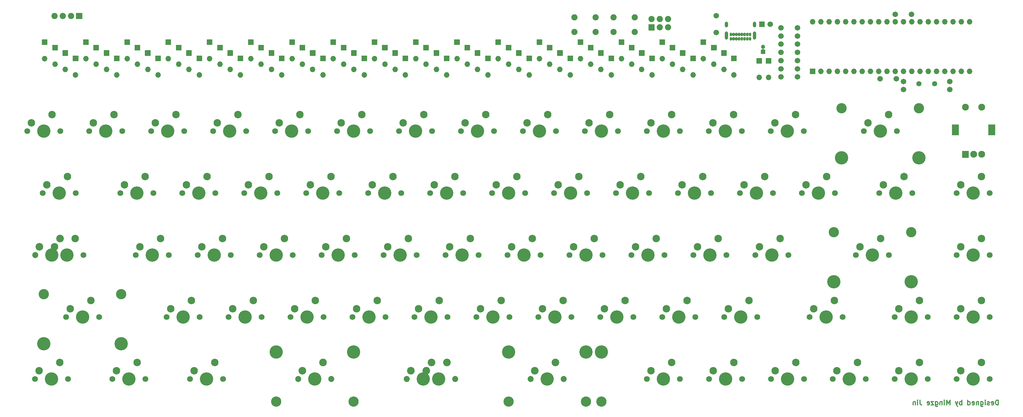
<source format=gbs>
G04 #@! TF.GenerationSoftware,KiCad,Pcbnew,(5.1.7)-1*
G04 #@! TF.CreationDate,2021-05-31T13:23:33-04:00*
G04 #@! TF.ProjectId,discipline-pcb,64697363-6970-46c6-996e-652d7063622e,rev?*
G04 #@! TF.SameCoordinates,Original*
G04 #@! TF.FileFunction,Soldermask,Bot*
G04 #@! TF.FilePolarity,Negative*
%FSLAX46Y46*%
G04 Gerber Fmt 4.6, Leading zero omitted, Abs format (unit mm)*
G04 Created by KiCad (PCBNEW (5.1.7)-1) date 2021-05-31 13:23:33*
%MOMM*%
%LPD*%
G01*
G04 APERTURE LIST*
%ADD10C,0.300000*%
%ADD11C,2.302000*%
%ADD12C,4.102000*%
%ADD13C,1.802000*%
%ADD14C,4.089800*%
%ADD15C,1.852000*%
%ADD16C,2.352000*%
%ADD17C,3.150000*%
%ADD18O,0.752000X1.102000*%
%ADD19O,1.002000X2.502000*%
%ADD20O,1.002000X1.802000*%
%ADD21C,1.902000*%
%ADD22C,2.102000*%
%ADD23C,1.702000*%
%ADD24C,1.302000*%
%ADD25O,1.702000X1.702000*%
%ADD26C,3.152000*%
%ADD27C,1.602000*%
%ADD28C,0.100000*%
G04 APERTURE END LIST*
D10*
X356787628Y-178967191D02*
X356787628Y-177467191D01*
X356430485Y-177467191D01*
X356216200Y-177538620D01*
X356073342Y-177681477D01*
X356001914Y-177824334D01*
X355930485Y-178110048D01*
X355930485Y-178324334D01*
X356001914Y-178610048D01*
X356073342Y-178752905D01*
X356216200Y-178895762D01*
X356430485Y-178967191D01*
X356787628Y-178967191D01*
X354716200Y-178895762D02*
X354859057Y-178967191D01*
X355144771Y-178967191D01*
X355287628Y-178895762D01*
X355359057Y-178752905D01*
X355359057Y-178181477D01*
X355287628Y-178038620D01*
X355144771Y-177967191D01*
X354859057Y-177967191D01*
X354716200Y-178038620D01*
X354644771Y-178181477D01*
X354644771Y-178324334D01*
X355359057Y-178467191D01*
X354073342Y-178895762D02*
X353930485Y-178967191D01*
X353644771Y-178967191D01*
X353501914Y-178895762D01*
X353430485Y-178752905D01*
X353430485Y-178681477D01*
X353501914Y-178538620D01*
X353644771Y-178467191D01*
X353859057Y-178467191D01*
X354001914Y-178395762D01*
X354073342Y-178252905D01*
X354073342Y-178181477D01*
X354001914Y-178038620D01*
X353859057Y-177967191D01*
X353644771Y-177967191D01*
X353501914Y-178038620D01*
X352787628Y-178967191D02*
X352787628Y-177967191D01*
X352787628Y-177467191D02*
X352859057Y-177538620D01*
X352787628Y-177610048D01*
X352716200Y-177538620D01*
X352787628Y-177467191D01*
X352787628Y-177610048D01*
X351430485Y-177967191D02*
X351430485Y-179181477D01*
X351501914Y-179324334D01*
X351573342Y-179395762D01*
X351716200Y-179467191D01*
X351930485Y-179467191D01*
X352073342Y-179395762D01*
X351430485Y-178895762D02*
X351573342Y-178967191D01*
X351859057Y-178967191D01*
X352001914Y-178895762D01*
X352073342Y-178824334D01*
X352144771Y-178681477D01*
X352144771Y-178252905D01*
X352073342Y-178110048D01*
X352001914Y-178038620D01*
X351859057Y-177967191D01*
X351573342Y-177967191D01*
X351430485Y-178038620D01*
X350716200Y-177967191D02*
X350716200Y-178967191D01*
X350716200Y-178110048D02*
X350644771Y-178038620D01*
X350501914Y-177967191D01*
X350287628Y-177967191D01*
X350144771Y-178038620D01*
X350073342Y-178181477D01*
X350073342Y-178967191D01*
X348787628Y-178895762D02*
X348930485Y-178967191D01*
X349216200Y-178967191D01*
X349359057Y-178895762D01*
X349430485Y-178752905D01*
X349430485Y-178181477D01*
X349359057Y-178038620D01*
X349216200Y-177967191D01*
X348930485Y-177967191D01*
X348787628Y-178038620D01*
X348716200Y-178181477D01*
X348716200Y-178324334D01*
X349430485Y-178467191D01*
X347430485Y-178967191D02*
X347430485Y-177467191D01*
X347430485Y-178895762D02*
X347573342Y-178967191D01*
X347859057Y-178967191D01*
X348001914Y-178895762D01*
X348073342Y-178824334D01*
X348144771Y-178681477D01*
X348144771Y-178252905D01*
X348073342Y-178110048D01*
X348001914Y-178038620D01*
X347859057Y-177967191D01*
X347573342Y-177967191D01*
X347430485Y-178038620D01*
X345573342Y-178967191D02*
X345573342Y-177467191D01*
X345573342Y-178038620D02*
X345430485Y-177967191D01*
X345144771Y-177967191D01*
X345001914Y-178038620D01*
X344930485Y-178110048D01*
X344859057Y-178252905D01*
X344859057Y-178681477D01*
X344930485Y-178824334D01*
X345001914Y-178895762D01*
X345144771Y-178967191D01*
X345430485Y-178967191D01*
X345573342Y-178895762D01*
X344359057Y-177967191D02*
X344001914Y-178967191D01*
X343644771Y-177967191D02*
X344001914Y-178967191D01*
X344144771Y-179324334D01*
X344216200Y-179395762D01*
X344359057Y-179467191D01*
X341930485Y-178967191D02*
X341930485Y-177467191D01*
X341430485Y-178538620D01*
X340930485Y-177467191D01*
X340930485Y-178967191D01*
X340216200Y-178967191D02*
X340216200Y-177967191D01*
X340216200Y-177467191D02*
X340287628Y-177538620D01*
X340216200Y-177610048D01*
X340144771Y-177538620D01*
X340216200Y-177467191D01*
X340216200Y-177610048D01*
X339501914Y-177967191D02*
X339501914Y-178967191D01*
X339501914Y-178110048D02*
X339430485Y-178038620D01*
X339287628Y-177967191D01*
X339073342Y-177967191D01*
X338930485Y-178038620D01*
X338859057Y-178181477D01*
X338859057Y-178967191D01*
X337501914Y-177967191D02*
X337501914Y-179181477D01*
X337573342Y-179324334D01*
X337644771Y-179395762D01*
X337787628Y-179467191D01*
X338001914Y-179467191D01*
X338144771Y-179395762D01*
X337501914Y-178895762D02*
X337644771Y-178967191D01*
X337930485Y-178967191D01*
X338073342Y-178895762D01*
X338144771Y-178824334D01*
X338216200Y-178681477D01*
X338216200Y-178252905D01*
X338144771Y-178110048D01*
X338073342Y-178038620D01*
X337930485Y-177967191D01*
X337644771Y-177967191D01*
X337501914Y-178038620D01*
X336930485Y-177967191D02*
X336144771Y-177967191D01*
X336930485Y-178967191D01*
X336144771Y-178967191D01*
X335001914Y-178895762D02*
X335144771Y-178967191D01*
X335430485Y-178967191D01*
X335573342Y-178895762D01*
X335644771Y-178752905D01*
X335644771Y-178181477D01*
X335573342Y-178038620D01*
X335430485Y-177967191D01*
X335144771Y-177967191D01*
X335001914Y-178038620D01*
X334930485Y-178181477D01*
X334930485Y-178324334D01*
X335644771Y-178467191D01*
X332716200Y-177467191D02*
X332716200Y-178538620D01*
X332787628Y-178752905D01*
X332930485Y-178895762D01*
X333144771Y-178967191D01*
X333287628Y-178967191D01*
X332001914Y-178967191D02*
X332001914Y-177967191D01*
X332001914Y-177467191D02*
X332073342Y-177538620D01*
X332001914Y-177610048D01*
X331930485Y-177538620D01*
X332001914Y-177467191D01*
X332001914Y-177610048D01*
X331287628Y-177967191D02*
X331287628Y-178967191D01*
X331287628Y-178110048D02*
X331216200Y-178038620D01*
X331073342Y-177967191D01*
X330859057Y-177967191D01*
X330716200Y-178038620D01*
X330644771Y-178181477D01*
X330644771Y-178967191D01*
X356787628Y-178967191D02*
X356787628Y-177467191D01*
X356430485Y-177467191D01*
X356216200Y-177538620D01*
X356073342Y-177681477D01*
X356001914Y-177824334D01*
X355930485Y-178110048D01*
X355930485Y-178324334D01*
X356001914Y-178610048D01*
X356073342Y-178752905D01*
X356216200Y-178895762D01*
X356430485Y-178967191D01*
X356787628Y-178967191D01*
X354716200Y-178895762D02*
X354859057Y-178967191D01*
X355144771Y-178967191D01*
X355287628Y-178895762D01*
X355359057Y-178752905D01*
X355359057Y-178181477D01*
X355287628Y-178038620D01*
X355144771Y-177967191D01*
X354859057Y-177967191D01*
X354716200Y-178038620D01*
X354644771Y-178181477D01*
X354644771Y-178324334D01*
X355359057Y-178467191D01*
X354073342Y-178895762D02*
X353930485Y-178967191D01*
X353644771Y-178967191D01*
X353501914Y-178895762D01*
X353430485Y-178752905D01*
X353430485Y-178681477D01*
X353501914Y-178538620D01*
X353644771Y-178467191D01*
X353859057Y-178467191D01*
X354001914Y-178395762D01*
X354073342Y-178252905D01*
X354073342Y-178181477D01*
X354001914Y-178038620D01*
X353859057Y-177967191D01*
X353644771Y-177967191D01*
X353501914Y-178038620D01*
X352787628Y-178967191D02*
X352787628Y-177967191D01*
X352787628Y-177467191D02*
X352859057Y-177538620D01*
X352787628Y-177610048D01*
X352716200Y-177538620D01*
X352787628Y-177467191D01*
X352787628Y-177610048D01*
X351430485Y-177967191D02*
X351430485Y-179181477D01*
X351501914Y-179324334D01*
X351573342Y-179395762D01*
X351716200Y-179467191D01*
X351930485Y-179467191D01*
X352073342Y-179395762D01*
X351430485Y-178895762D02*
X351573342Y-178967191D01*
X351859057Y-178967191D01*
X352001914Y-178895762D01*
X352073342Y-178824334D01*
X352144771Y-178681477D01*
X352144771Y-178252905D01*
X352073342Y-178110048D01*
X352001914Y-178038620D01*
X351859057Y-177967191D01*
X351573342Y-177967191D01*
X351430485Y-178038620D01*
X350716200Y-177967191D02*
X350716200Y-178967191D01*
X350716200Y-178110048D02*
X350644771Y-178038620D01*
X350501914Y-177967191D01*
X350287628Y-177967191D01*
X350144771Y-178038620D01*
X350073342Y-178181477D01*
X350073342Y-178967191D01*
X348787628Y-178895762D02*
X348930485Y-178967191D01*
X349216200Y-178967191D01*
X349359057Y-178895762D01*
X349430485Y-178752905D01*
X349430485Y-178181477D01*
X349359057Y-178038620D01*
X349216200Y-177967191D01*
X348930485Y-177967191D01*
X348787628Y-178038620D01*
X348716200Y-178181477D01*
X348716200Y-178324334D01*
X349430485Y-178467191D01*
X347430485Y-178967191D02*
X347430485Y-177467191D01*
X347430485Y-178895762D02*
X347573342Y-178967191D01*
X347859057Y-178967191D01*
X348001914Y-178895762D01*
X348073342Y-178824334D01*
X348144771Y-178681477D01*
X348144771Y-178252905D01*
X348073342Y-178110048D01*
X348001914Y-178038620D01*
X347859057Y-177967191D01*
X347573342Y-177967191D01*
X347430485Y-178038620D01*
X345573342Y-178967191D02*
X345573342Y-177467191D01*
X345573342Y-178038620D02*
X345430485Y-177967191D01*
X345144771Y-177967191D01*
X345001914Y-178038620D01*
X344930485Y-178110048D01*
X344859057Y-178252905D01*
X344859057Y-178681477D01*
X344930485Y-178824334D01*
X345001914Y-178895762D01*
X345144771Y-178967191D01*
X345430485Y-178967191D01*
X345573342Y-178895762D01*
X344359057Y-177967191D02*
X344001914Y-178967191D01*
X343644771Y-177967191D02*
X344001914Y-178967191D01*
X344144771Y-179324334D01*
X344216200Y-179395762D01*
X344359057Y-179467191D01*
X341930485Y-178967191D02*
X341930485Y-177467191D01*
X341430485Y-178538620D01*
X340930485Y-177467191D01*
X340930485Y-178967191D01*
X340216200Y-178967191D02*
X340216200Y-177967191D01*
X340216200Y-177467191D02*
X340287628Y-177538620D01*
X340216200Y-177610048D01*
X340144771Y-177538620D01*
X340216200Y-177467191D01*
X340216200Y-177610048D01*
X339501914Y-177967191D02*
X339501914Y-178967191D01*
X339501914Y-178110048D02*
X339430485Y-178038620D01*
X339287628Y-177967191D01*
X339073342Y-177967191D01*
X338930485Y-178038620D01*
X338859057Y-178181477D01*
X338859057Y-178967191D01*
X337501914Y-177967191D02*
X337501914Y-179181477D01*
X337573342Y-179324334D01*
X337644771Y-179395762D01*
X337787628Y-179467191D01*
X338001914Y-179467191D01*
X338144771Y-179395762D01*
X337501914Y-178895762D02*
X337644771Y-178967191D01*
X337930485Y-178967191D01*
X338073342Y-178895762D01*
X338144771Y-178824334D01*
X338216200Y-178681477D01*
X338216200Y-178252905D01*
X338144771Y-178110048D01*
X338073342Y-178038620D01*
X337930485Y-177967191D01*
X337644771Y-177967191D01*
X337501914Y-178038620D01*
X336930485Y-177967191D02*
X336144771Y-177967191D01*
X336930485Y-178967191D01*
X336144771Y-178967191D01*
X335001914Y-178895762D02*
X335144771Y-178967191D01*
X335430485Y-178967191D01*
X335573342Y-178895762D01*
X335644771Y-178752905D01*
X335644771Y-178181477D01*
X335573342Y-178038620D01*
X335430485Y-177967191D01*
X335144771Y-177967191D01*
X335001914Y-178038620D01*
X334930485Y-178181477D01*
X334930485Y-178324334D01*
X335644771Y-178467191D01*
X332716200Y-177467191D02*
X332716200Y-178538620D01*
X332787628Y-178752905D01*
X332930485Y-178895762D01*
X333144771Y-178967191D01*
X333287628Y-178967191D01*
X332001914Y-178967191D02*
X332001914Y-177967191D01*
X332001914Y-177467191D02*
X332073342Y-177538620D01*
X332001914Y-177610048D01*
X331930485Y-177538620D01*
X332001914Y-177467191D01*
X332001914Y-177610048D01*
X331287628Y-177967191D02*
X331287628Y-178967191D01*
X331287628Y-178110048D02*
X331216200Y-178038620D01*
X331073342Y-177967191D01*
X330859057Y-177967191D01*
X330716200Y-178038620D01*
X330644771Y-178181477D01*
X330644771Y-178967191D01*
D11*
X73025050Y-127783620D03*
X66675050Y-130323620D03*
D12*
X70485050Y-132863620D03*
D13*
X75565050Y-132863620D03*
D14*
X65747950Y-132889020D03*
D15*
X60667950Y-132889020D03*
D16*
X61937950Y-130349020D03*
X68287950Y-127809020D03*
X149224950Y-165883620D03*
D14*
X146684950Y-170963620D03*
D16*
X142874950Y-168423620D03*
D15*
X141604950Y-170963620D03*
X151764950Y-170963620D03*
D17*
X158591200Y-177948620D03*
D14*
X158591200Y-162708620D03*
D16*
X187324950Y-165883620D03*
D14*
X184784950Y-170963620D03*
D16*
X180974950Y-168423620D03*
D15*
X189864950Y-170963620D03*
D17*
X134785050Y-177948620D03*
X234784850Y-177948620D03*
D14*
X134785050Y-162708620D03*
X234784850Y-162708620D03*
D16*
X182562450Y-165883620D03*
D14*
X180022450Y-170963620D03*
D16*
X176212450Y-168423620D03*
D15*
X174942450Y-170963620D03*
D18*
X278823468Y-66391022D03*
X280523468Y-66391022D03*
X279673468Y-66391022D03*
X277973468Y-66391022D03*
X277123468Y-66391022D03*
X276273468Y-66391022D03*
X275423468Y-66391022D03*
X274573468Y-66391022D03*
X280523468Y-65066022D03*
X279668468Y-65066022D03*
X278818468Y-65066022D03*
X277968468Y-65066022D03*
X277118468Y-65066022D03*
X276268468Y-65066022D03*
X275418468Y-65066022D03*
X274568468Y-65066022D03*
D19*
X281873468Y-65411022D03*
X273223468Y-65411022D03*
D20*
X281873468Y-62031022D03*
X273223468Y-62031022D03*
D21*
X255293830Y-60350870D03*
X255293830Y-62890870D03*
X252753830Y-60350870D03*
X252753830Y-62890870D03*
X250213830Y-60350870D03*
G36*
G01*
X251164830Y-61990870D02*
X251164830Y-63790870D01*
G75*
G02*
X251113830Y-63841870I-51000J0D01*
G01*
X249313830Y-63841870D01*
G75*
G02*
X249262830Y-63790870I0J51000D01*
G01*
X249262830Y-61990870D01*
G75*
G02*
X249313830Y-61939870I51000J0D01*
G01*
X251113830Y-61939870D01*
G75*
G02*
X251164830Y-61990870I0J-51000D01*
G01*
G37*
X69136200Y-59388620D03*
X66596200Y-59388620D03*
X71676200Y-59388620D03*
G36*
G01*
X75116200Y-60339620D02*
X73316200Y-60339620D01*
G75*
G02*
X73265200Y-60288620I0J51000D01*
G01*
X73265200Y-58488620D01*
G75*
G02*
X73316200Y-58437620I51000J0D01*
G01*
X75116200Y-58437620D01*
G75*
G02*
X75167200Y-58488620I0J-51000D01*
G01*
X75167200Y-60288620D01*
G75*
G02*
X75116200Y-60339620I-51000J0D01*
G01*
G37*
G36*
G01*
X347709950Y-102958370D02*
X345709950Y-102958370D01*
G75*
G02*
X345658950Y-102907370I0J51000D01*
G01*
X345658950Y-100907370D01*
G75*
G02*
X345709950Y-100856370I51000J0D01*
G01*
X347709950Y-100856370D01*
G75*
G02*
X347760950Y-100907370I0J-51000D01*
G01*
X347760950Y-102907370D01*
G75*
G02*
X347709950Y-102958370I-51000J0D01*
G01*
G37*
D22*
X349209950Y-101907370D03*
X351709950Y-101907370D03*
G36*
G01*
X344609950Y-96058370D02*
X342609950Y-96058370D01*
G75*
G02*
X342558950Y-96007370I0J51000D01*
G01*
X342558950Y-92807370D01*
G75*
G02*
X342609950Y-92756370I51000J0D01*
G01*
X344609950Y-92756370D01*
G75*
G02*
X344660950Y-92807370I0J-51000D01*
G01*
X344660950Y-96007370D01*
G75*
G02*
X344609950Y-96058370I-51000J0D01*
G01*
G37*
G36*
G01*
X355809950Y-96058370D02*
X353809950Y-96058370D01*
G75*
G02*
X353758950Y-96007370I0J51000D01*
G01*
X353758950Y-92807370D01*
G75*
G02*
X353809950Y-92756370I51000J0D01*
G01*
X355809950Y-92756370D01*
G75*
G02*
X355860950Y-92807370I0J-51000D01*
G01*
X355860950Y-96007370D01*
G75*
G02*
X355809950Y-96058370I-51000J0D01*
G01*
G37*
X346709950Y-87407370D03*
X351709950Y-87407370D03*
D11*
X275466206Y-165893750D03*
X269116206Y-168433750D03*
D12*
X272926206Y-170973750D03*
D13*
X267846206Y-170973750D03*
X278006206Y-170973750D03*
D11*
X256410884Y-165883620D03*
X250060884Y-168423620D03*
D12*
X253870884Y-170963620D03*
D13*
X248790884Y-170963620D03*
X258950884Y-170963620D03*
D11*
X294481250Y-89693750D03*
X288131250Y-92233750D03*
D12*
X291941250Y-94773750D03*
D13*
X286861250Y-94773750D03*
X297021250Y-94773750D03*
D11*
X132556250Y-108743750D03*
X126206250Y-111283750D03*
D12*
X130016250Y-113823750D03*
D13*
X124936250Y-113823750D03*
X135096250Y-113823750D03*
D11*
X65881250Y-89693750D03*
X59531250Y-92233750D03*
D12*
X63341250Y-94773750D03*
D13*
X58261250Y-94773750D03*
X68421250Y-94773750D03*
D11*
X84931250Y-89693750D03*
X78581250Y-92233750D03*
D12*
X82391250Y-94773750D03*
D13*
X77311250Y-94773750D03*
X87471250Y-94773750D03*
D11*
X103981250Y-89693750D03*
X97631250Y-92233750D03*
D12*
X101441250Y-94773750D03*
D13*
X96361250Y-94773750D03*
X106521250Y-94773750D03*
D11*
X123031250Y-89693750D03*
X116681250Y-92233750D03*
D12*
X120491250Y-94773750D03*
D13*
X115411250Y-94773750D03*
X125571250Y-94773750D03*
D11*
X142081250Y-89693750D03*
X135731250Y-92233750D03*
D12*
X139541250Y-94773750D03*
D13*
X134461250Y-94773750D03*
X144621250Y-94773750D03*
D11*
X161131250Y-89693750D03*
X154781250Y-92233750D03*
D12*
X158591250Y-94773750D03*
D13*
X153511250Y-94773750D03*
X163671250Y-94773750D03*
D11*
X180181250Y-89693750D03*
X173831250Y-92233750D03*
D12*
X177641250Y-94773750D03*
D13*
X172561250Y-94773750D03*
X182721250Y-94773750D03*
D11*
X199231250Y-89693750D03*
X192881250Y-92233750D03*
D12*
X196691250Y-94773750D03*
D13*
X191611250Y-94773750D03*
X201771250Y-94773750D03*
D11*
X218281250Y-89693750D03*
X211931250Y-92233750D03*
D12*
X215741250Y-94773750D03*
D13*
X210661250Y-94773750D03*
X220821250Y-94773750D03*
D11*
X237331250Y-89693750D03*
X230981250Y-92233750D03*
D12*
X234791250Y-94773750D03*
D13*
X229711250Y-94773750D03*
X239871250Y-94773750D03*
D11*
X256381250Y-89693750D03*
X250031250Y-92233750D03*
D12*
X253841250Y-94773750D03*
D13*
X248761250Y-94773750D03*
X258921250Y-94773750D03*
D11*
X275431250Y-89693750D03*
X269081250Y-92233750D03*
D12*
X272891250Y-94773750D03*
D13*
X267811250Y-94773750D03*
X277971250Y-94773750D03*
D11*
X94456250Y-108743750D03*
X88106250Y-111283750D03*
D12*
X91916250Y-113823750D03*
D13*
X86836250Y-113823750D03*
X96996250Y-113823750D03*
D11*
X113506250Y-108743750D03*
X107156250Y-111283750D03*
D12*
X110966250Y-113823750D03*
D13*
X105886250Y-113823750D03*
X116046250Y-113823750D03*
D11*
X151606250Y-108743750D03*
X145256250Y-111283750D03*
D12*
X149066250Y-113823750D03*
D13*
X143986250Y-113823750D03*
X154146250Y-113823750D03*
D11*
X170656250Y-108743750D03*
X164306250Y-111283750D03*
D12*
X168116250Y-113823750D03*
D13*
X163036250Y-113823750D03*
X173196250Y-113823750D03*
D11*
X189706250Y-108743750D03*
X183356250Y-111283750D03*
D12*
X187166250Y-113823750D03*
D13*
X182086250Y-113823750D03*
X192246250Y-113823750D03*
D11*
X208756250Y-108743750D03*
X202406250Y-111283750D03*
D12*
X206216250Y-113823750D03*
D13*
X201136250Y-113823750D03*
X211296250Y-113823750D03*
D11*
X227806250Y-108743750D03*
X221456250Y-111283750D03*
D12*
X225266250Y-113823750D03*
D13*
X220186250Y-113823750D03*
X230346250Y-113823750D03*
D11*
X246856250Y-108743750D03*
X240506250Y-111283750D03*
D12*
X244316250Y-113823750D03*
D13*
X239236250Y-113823750D03*
X249396250Y-113823750D03*
D11*
X265906250Y-108743750D03*
X259556250Y-111283750D03*
D12*
X263366250Y-113823750D03*
D13*
X258286250Y-113823750D03*
X268446250Y-113823750D03*
D11*
X284956250Y-108743750D03*
X278606250Y-111283750D03*
D12*
X282416250Y-113823750D03*
D13*
X277336250Y-113823750D03*
X287496250Y-113823750D03*
D11*
X304006250Y-108743750D03*
X297656250Y-111283750D03*
D12*
X301466250Y-113823750D03*
D13*
X296386250Y-113823750D03*
X306546250Y-113823750D03*
D11*
X351631250Y-108743750D03*
X345281250Y-111283750D03*
D12*
X349091250Y-113823750D03*
D13*
X344011250Y-113823750D03*
X354171250Y-113823750D03*
D11*
X99218750Y-127793750D03*
X92868750Y-130333750D03*
D12*
X96678750Y-132873750D03*
D13*
X91598750Y-132873750D03*
X101758750Y-132873750D03*
D11*
X118268750Y-127793750D03*
X111918750Y-130333750D03*
D12*
X115728750Y-132873750D03*
D13*
X110648750Y-132873750D03*
X120808750Y-132873750D03*
D11*
X137318750Y-127793750D03*
X130968750Y-130333750D03*
D12*
X134778750Y-132873750D03*
D13*
X129698750Y-132873750D03*
X139858750Y-132873750D03*
D11*
X156368250Y-127793750D03*
X150018250Y-130333750D03*
D12*
X153828250Y-132873750D03*
D13*
X148748250Y-132873750D03*
X158908250Y-132873750D03*
D11*
X175418250Y-127793750D03*
X169068250Y-130333750D03*
D12*
X172878250Y-132873750D03*
D13*
X167798250Y-132873750D03*
X177958250Y-132873750D03*
D11*
X194468250Y-127793750D03*
X188118250Y-130333750D03*
D12*
X191928250Y-132873750D03*
D13*
X186848250Y-132873750D03*
X197008250Y-132873750D03*
D11*
X213518250Y-127793750D03*
X207168250Y-130333750D03*
D12*
X210978250Y-132873750D03*
D13*
X205898250Y-132873750D03*
X216058250Y-132873750D03*
D11*
X232568250Y-127793750D03*
X226218250Y-130333750D03*
D12*
X230028250Y-132873750D03*
D13*
X224948250Y-132873750D03*
X235108250Y-132873750D03*
D11*
X251618250Y-127793750D03*
X245268250Y-130333750D03*
D12*
X249078250Y-132873750D03*
D13*
X243998250Y-132873750D03*
X254158250Y-132873750D03*
D11*
X270668250Y-127793750D03*
X264318250Y-130333750D03*
D12*
X268128250Y-132873750D03*
D13*
X263048250Y-132873750D03*
X273208250Y-132873750D03*
D11*
X289718250Y-127793750D03*
X283368250Y-130333750D03*
D12*
X287178250Y-132873750D03*
D13*
X282098250Y-132873750D03*
X292258250Y-132873750D03*
D11*
X351631250Y-127793750D03*
X345281250Y-130333750D03*
D12*
X349091250Y-132873750D03*
D13*
X344011250Y-132873750D03*
X354171250Y-132873750D03*
D11*
X108743750Y-146843750D03*
X102393750Y-149383750D03*
D12*
X106203750Y-151923750D03*
D13*
X101123750Y-151923750D03*
X111283750Y-151923750D03*
D11*
X127793750Y-146843750D03*
X121443750Y-149383750D03*
D12*
X125253750Y-151923750D03*
D13*
X120173750Y-151923750D03*
X130333750Y-151923750D03*
D11*
X146843750Y-146843750D03*
X140493750Y-149383750D03*
D12*
X144303750Y-151923750D03*
D13*
X139223750Y-151923750D03*
X149383750Y-151923750D03*
D11*
X165894250Y-146843750D03*
X159544250Y-149383750D03*
D12*
X163354250Y-151923750D03*
D13*
X158274250Y-151923750D03*
X168434250Y-151923750D03*
D11*
X184944250Y-146843750D03*
X178594250Y-149383750D03*
D12*
X182404250Y-151923750D03*
D13*
X177324250Y-151923750D03*
X187484250Y-151923750D03*
D11*
X203994250Y-146843750D03*
X197644250Y-149383750D03*
D12*
X201454250Y-151923750D03*
D13*
X196374250Y-151923750D03*
X206534250Y-151923750D03*
D11*
X223044250Y-146843750D03*
X216694250Y-149383750D03*
D12*
X220504250Y-151923750D03*
D13*
X215424250Y-151923750D03*
X225584250Y-151923750D03*
D11*
X242094250Y-146843750D03*
X235744250Y-149383750D03*
D12*
X239554250Y-151923750D03*
D13*
X234474250Y-151923750D03*
X244634250Y-151923750D03*
D11*
X261144250Y-146843750D03*
X254794250Y-149383750D03*
D12*
X258604250Y-151923750D03*
D13*
X253524250Y-151923750D03*
X263684250Y-151923750D03*
D11*
X280194250Y-146843750D03*
X273844250Y-149383750D03*
D12*
X277654250Y-151923750D03*
D13*
X272574250Y-151923750D03*
X282734250Y-151923750D03*
D11*
X332581250Y-146843750D03*
X326231250Y-149383750D03*
D12*
X330041250Y-151923750D03*
D13*
X324961250Y-151923750D03*
X335121250Y-151923750D03*
D11*
X351631250Y-146843750D03*
X345281250Y-149383750D03*
D12*
X349091250Y-151923750D03*
D13*
X344011250Y-151923750D03*
X354171250Y-151923750D03*
D11*
X313531250Y-165893750D03*
X307181250Y-168433750D03*
D12*
X310991250Y-170973750D03*
D13*
X305911250Y-170973750D03*
X316071250Y-170973750D03*
D11*
X332581250Y-165893750D03*
X326231250Y-168433750D03*
D12*
X330041250Y-170973750D03*
D13*
X324961250Y-170973750D03*
X335121250Y-170973750D03*
D11*
X351631250Y-165893750D03*
X345281250Y-168433750D03*
D12*
X349091250Y-170973750D03*
D13*
X344011250Y-170973750D03*
X354171250Y-170973750D03*
D11*
X294521528Y-165883620D03*
X288171528Y-168423620D03*
D12*
X291981528Y-170963620D03*
D13*
X286901528Y-170963620D03*
X297061528Y-170963620D03*
D16*
X220662450Y-165883620D03*
D14*
X218122450Y-170963620D03*
D16*
X214312450Y-168423620D03*
D15*
X213042450Y-170963620D03*
X223202450Y-170963620D03*
D17*
X206216200Y-177948620D03*
X230028700Y-177948620D03*
D14*
X206216200Y-162708620D03*
X230028700Y-162708620D03*
D23*
X325471062Y-78716416D03*
X320471062Y-78716416D03*
X330125530Y-58888620D03*
X325125530Y-58888620D03*
G36*
G01*
X285077677Y-71055866D02*
X283877675Y-71055866D01*
G75*
G02*
X283826676Y-71004867I0J50999D01*
G01*
X283826676Y-69804865D01*
G75*
G02*
X283877675Y-69753866I50999J0D01*
G01*
X285077677Y-69753866D01*
G75*
G02*
X285128676Y-69804865I0J-50999D01*
G01*
X285128676Y-71004867D01*
G75*
G02*
X285077677Y-71055866I-50999J0D01*
G01*
G37*
D24*
X284477676Y-68904866D03*
D23*
X327680238Y-79506040D03*
X327680238Y-82006040D03*
X341906112Y-79506040D03*
X341906112Y-82006040D03*
X290026316Y-78138982D03*
X295106316Y-78138982D03*
X290026316Y-75645517D03*
X295106316Y-75645517D03*
X290026316Y-73152052D03*
X295106316Y-73152052D03*
X295106316Y-70580211D03*
X290026316Y-70580211D03*
X295106316Y-68060499D03*
X290026316Y-68060499D03*
X295106316Y-65567034D03*
X290026316Y-65567034D03*
X290026316Y-63073204D03*
X295106316Y-63073204D03*
G36*
G01*
X300553430Y-77240182D02*
X298953430Y-77240182D01*
G75*
G02*
X298902430Y-77189182I0J51000D01*
G01*
X298902430Y-75589182D01*
G75*
G02*
X298953430Y-75538182I51000J0D01*
G01*
X300553430Y-75538182D01*
G75*
G02*
X300604430Y-75589182I0J-51000D01*
G01*
X300604430Y-77189182D01*
G75*
G02*
X300553430Y-77240182I-51000J0D01*
G01*
G37*
D25*
X348013430Y-61149182D03*
X302293430Y-76389182D03*
X345473430Y-61149182D03*
X304833430Y-76389182D03*
X342933430Y-61149182D03*
X307373430Y-76389182D03*
X340393430Y-61149182D03*
X309913430Y-76389182D03*
X337853430Y-61149182D03*
X312453430Y-76389182D03*
X335313430Y-61149182D03*
X314993430Y-76389182D03*
X332773430Y-61149182D03*
X317533430Y-76389182D03*
X330233430Y-61149182D03*
X320073430Y-76389182D03*
X327693430Y-61149182D03*
X322613430Y-76389182D03*
X325153430Y-61149182D03*
X325153430Y-76389182D03*
X322613430Y-61149182D03*
X327693430Y-76389182D03*
X320073430Y-61149182D03*
X330233430Y-76389182D03*
X317533430Y-61149182D03*
X332773430Y-76389182D03*
X314993430Y-61149182D03*
X335313430Y-76389182D03*
X312453430Y-61149182D03*
X337853430Y-76389182D03*
X309913430Y-61149182D03*
X340393430Y-76389182D03*
X307373430Y-61149182D03*
X342933430Y-76389182D03*
X304833430Y-61149182D03*
X345473430Y-76389182D03*
X302293430Y-61149182D03*
X348013430Y-76389182D03*
X299753430Y-61149182D03*
D11*
X323056250Y-89693750D03*
X316706250Y-92233750D03*
D12*
X320516250Y-94773750D03*
D13*
X315436250Y-94773750D03*
X325596250Y-94773750D03*
D12*
X332416250Y-103013750D03*
X308616250Y-103013750D03*
D26*
X308616250Y-87773750D03*
X332416250Y-87773750D03*
X330035250Y-125873750D03*
X306235250Y-125873750D03*
D12*
X306235250Y-141113750D03*
X330035250Y-141113750D03*
D13*
X323215250Y-132873750D03*
X313055250Y-132873750D03*
D12*
X318135250Y-132873750D03*
D11*
X314325250Y-130333750D03*
X320675250Y-127793750D03*
D26*
X87147450Y-144923750D03*
X63347450Y-144923750D03*
D12*
X63347450Y-160163750D03*
X87147450Y-160163750D03*
D13*
X80327450Y-151923750D03*
X70167450Y-151923750D03*
D12*
X75247450Y-151923750D03*
D11*
X71437450Y-149383750D03*
X77787450Y-146843750D03*
X68262450Y-165883620D03*
X61912450Y-168423620D03*
D12*
X65722450Y-170963620D03*
D13*
X60642450Y-170963620D03*
X70802450Y-170963620D03*
D11*
X92075050Y-165893750D03*
X85725050Y-168433750D03*
D12*
X89535050Y-170973750D03*
D13*
X84455050Y-170973750D03*
X94615050Y-170973750D03*
D11*
X115887450Y-165883620D03*
X109537450Y-168423620D03*
D12*
X113347450Y-170963620D03*
D13*
X108267450Y-170963620D03*
X118427450Y-170963620D03*
D11*
X306387250Y-146843750D03*
X300037250Y-149383750D03*
D12*
X303847250Y-151923750D03*
D13*
X298767250Y-151923750D03*
X308927250Y-151923750D03*
X73183750Y-113823750D03*
X63023750Y-113823750D03*
D12*
X68103750Y-113823750D03*
D11*
X64293750Y-111283750D03*
X70643750Y-108743750D03*
D13*
X330358250Y-113823750D03*
X320198250Y-113823750D03*
D12*
X325278250Y-113823750D03*
D11*
X321468250Y-111283750D03*
X327818250Y-108743750D03*
D27*
X337251644Y-80256240D03*
X332371644Y-80256240D03*
D23*
X286667716Y-61970830D03*
G36*
G01*
X283276716Y-62770830D02*
X283276716Y-61170830D01*
G75*
G02*
X283327716Y-61119830I51000J0D01*
G01*
X284927716Y-61119830D01*
G75*
G02*
X284978716Y-61170830I0J-51000D01*
G01*
X284978716Y-62770830D01*
G75*
G02*
X284927716Y-62821830I-51000J0D01*
G01*
X283327716Y-62821830D01*
G75*
G02*
X283276716Y-62770830I0J51000D01*
G01*
G37*
X270047614Y-59350838D03*
X270047614Y-64450838D03*
D21*
X244985732Y-59836074D03*
X244985732Y-64336074D03*
X238485732Y-59836074D03*
X238485732Y-64336074D03*
X232985732Y-59836074D03*
X232985732Y-64336074D03*
X226485732Y-59836074D03*
X226485732Y-64336074D03*
D25*
X63600284Y-72555612D03*
G36*
G01*
X62800284Y-66624612D02*
X64400284Y-66624612D01*
G75*
G02*
X64451284Y-66675612I0J-51000D01*
G01*
X64451284Y-68275612D01*
G75*
G02*
X64400284Y-68326612I-51000J0D01*
G01*
X62800284Y-68326612D01*
G75*
G02*
X62749284Y-68275612I0J51000D01*
G01*
X62749284Y-66675612D01*
G75*
G02*
X62800284Y-66624612I51000J0D01*
G01*
G37*
X73108673Y-77516199D03*
G36*
G01*
X72308673Y-71585199D02*
X73908673Y-71585199D01*
G75*
G02*
X73959673Y-71636199I0J-51000D01*
G01*
X73959673Y-73236199D01*
G75*
G02*
X73908673Y-73287199I-51000J0D01*
G01*
X72308673Y-73287199D01*
G75*
G02*
X72257673Y-73236199I0J51000D01*
G01*
X72257673Y-71636199D01*
G75*
G02*
X72308673Y-71585199I51000J0D01*
G01*
G37*
X85786525Y-77516199D03*
G36*
G01*
X84986525Y-71585199D02*
X86586525Y-71585199D01*
G75*
G02*
X86637525Y-71636199I0J-51000D01*
G01*
X86637525Y-73236199D01*
G75*
G02*
X86586525Y-73287199I-51000J0D01*
G01*
X84986525Y-73287199D01*
G75*
G02*
X84935525Y-73236199I0J51000D01*
G01*
X84935525Y-71636199D01*
G75*
G02*
X84986525Y-71585199I51000J0D01*
G01*
G37*
X88955988Y-72555612D03*
G36*
G01*
X88155988Y-66624612D02*
X89755988Y-66624612D01*
G75*
G02*
X89806988Y-66675612I0J-51000D01*
G01*
X89806988Y-68275612D01*
G75*
G02*
X89755988Y-68326612I-51000J0D01*
G01*
X88155988Y-68326612D01*
G75*
G02*
X88104988Y-68275612I0J51000D01*
G01*
X88104988Y-66675612D01*
G75*
G02*
X88155988Y-66624612I51000J0D01*
G01*
G37*
X101633840Y-72555612D03*
G36*
G01*
X100833840Y-66624612D02*
X102433840Y-66624612D01*
G75*
G02*
X102484840Y-66675612I0J-51000D01*
G01*
X102484840Y-68275612D01*
G75*
G02*
X102433840Y-68326612I-51000J0D01*
G01*
X100833840Y-68326612D01*
G75*
G02*
X100782840Y-68275612I0J51000D01*
G01*
X100782840Y-66675612D01*
G75*
G02*
X100833840Y-66624612I51000J0D01*
G01*
G37*
X114311692Y-72555612D03*
G36*
G01*
X113511692Y-66624612D02*
X115111692Y-66624612D01*
G75*
G02*
X115162692Y-66675612I0J-51000D01*
G01*
X115162692Y-68275612D01*
G75*
G02*
X115111692Y-68326612I-51000J0D01*
G01*
X113511692Y-68326612D01*
G75*
G02*
X113460692Y-68275612I0J51000D01*
G01*
X113460692Y-66675612D01*
G75*
G02*
X113511692Y-66624612I51000J0D01*
G01*
G37*
X126989544Y-72555612D03*
G36*
G01*
X126189544Y-66624612D02*
X127789544Y-66624612D01*
G75*
G02*
X127840544Y-66675612I0J-51000D01*
G01*
X127840544Y-68275612D01*
G75*
G02*
X127789544Y-68326612I-51000J0D01*
G01*
X126189544Y-68326612D01*
G75*
G02*
X126138544Y-68275612I0J51000D01*
G01*
X126138544Y-66675612D01*
G75*
G02*
X126189544Y-66624612I51000J0D01*
G01*
G37*
X139667396Y-72555612D03*
G36*
G01*
X138867396Y-66624612D02*
X140467396Y-66624612D01*
G75*
G02*
X140518396Y-66675612I0J-51000D01*
G01*
X140518396Y-68275612D01*
G75*
G02*
X140467396Y-68326612I-51000J0D01*
G01*
X138867396Y-68326612D01*
G75*
G02*
X138816396Y-68275612I0J51000D01*
G01*
X138816396Y-66675612D01*
G75*
G02*
X138867396Y-66624612I51000J0D01*
G01*
G37*
X152345248Y-72555612D03*
G36*
G01*
X151545248Y-66624612D02*
X153145248Y-66624612D01*
G75*
G02*
X153196248Y-66675612I0J-51000D01*
G01*
X153196248Y-68275612D01*
G75*
G02*
X153145248Y-68326612I-51000J0D01*
G01*
X151545248Y-68326612D01*
G75*
G02*
X151494248Y-68275612I0J51000D01*
G01*
X151494248Y-66675612D01*
G75*
G02*
X151545248Y-66624612I51000J0D01*
G01*
G37*
X165023100Y-72555612D03*
G36*
G01*
X164223100Y-66624612D02*
X165823100Y-66624612D01*
G75*
G02*
X165874100Y-66675612I0J-51000D01*
G01*
X165874100Y-68275612D01*
G75*
G02*
X165823100Y-68326612I-51000J0D01*
G01*
X164223100Y-68326612D01*
G75*
G02*
X164172100Y-68275612I0J51000D01*
G01*
X164172100Y-66675612D01*
G75*
G02*
X164223100Y-66624612I51000J0D01*
G01*
G37*
X177700952Y-72555612D03*
G36*
G01*
X176900952Y-66624612D02*
X178500952Y-66624612D01*
G75*
G02*
X178551952Y-66675612I0J-51000D01*
G01*
X178551952Y-68275612D01*
G75*
G02*
X178500952Y-68326612I-51000J0D01*
G01*
X176900952Y-68326612D01*
G75*
G02*
X176849952Y-68275612I0J51000D01*
G01*
X176849952Y-66675612D01*
G75*
G02*
X176900952Y-66624612I51000J0D01*
G01*
G37*
X190378804Y-72555612D03*
G36*
G01*
X189578804Y-66624612D02*
X191178804Y-66624612D01*
G75*
G02*
X191229804Y-66675612I0J-51000D01*
G01*
X191229804Y-68275612D01*
G75*
G02*
X191178804Y-68326612I-51000J0D01*
G01*
X189578804Y-68326612D01*
G75*
G02*
X189527804Y-68275612I0J51000D01*
G01*
X189527804Y-66675612D01*
G75*
G02*
X189578804Y-66624612I51000J0D01*
G01*
G37*
X203056656Y-72555612D03*
G36*
G01*
X202256656Y-66624612D02*
X203856656Y-66624612D01*
G75*
G02*
X203907656Y-66675612I0J-51000D01*
G01*
X203907656Y-68275612D01*
G75*
G02*
X203856656Y-68326612I-51000J0D01*
G01*
X202256656Y-68326612D01*
G75*
G02*
X202205656Y-68275612I0J51000D01*
G01*
X202205656Y-66675612D01*
G75*
G02*
X202256656Y-66624612I51000J0D01*
G01*
G37*
X215734508Y-72555612D03*
G36*
G01*
X214934508Y-66624612D02*
X216534508Y-66624612D01*
G75*
G02*
X216585508Y-66675612I0J-51000D01*
G01*
X216585508Y-68275612D01*
G75*
G02*
X216534508Y-68326612I-51000J0D01*
G01*
X214934508Y-68326612D01*
G75*
G02*
X214883508Y-68275612I0J51000D01*
G01*
X214883508Y-66675612D01*
G75*
G02*
X214934508Y-66624612I51000J0D01*
G01*
G37*
X228342376Y-72555612D03*
G36*
G01*
X227542376Y-66624612D02*
X229142376Y-66624612D01*
G75*
G02*
X229193376Y-66675612I0J-51000D01*
G01*
X229193376Y-68275612D01*
G75*
G02*
X229142376Y-68326612I-51000J0D01*
G01*
X227542376Y-68326612D01*
G75*
G02*
X227491376Y-68275612I0J51000D01*
G01*
X227491376Y-66675612D01*
G75*
G02*
X227542376Y-66624612I51000J0D01*
G01*
G37*
X275541929Y-77516199D03*
G36*
G01*
X274741929Y-71585199D02*
X276341929Y-71585199D01*
G75*
G02*
X276392929Y-71636199I0J-51000D01*
G01*
X276392929Y-73236199D01*
G75*
G02*
X276341929Y-73287199I-51000J0D01*
G01*
X274741929Y-73287199D01*
G75*
G02*
X274690929Y-73236199I0J51000D01*
G01*
X274690929Y-71636199D01*
G75*
G02*
X274741929Y-71585199I51000J0D01*
G01*
G37*
X66769747Y-74209141D03*
G36*
G01*
X65969747Y-68278141D02*
X67569747Y-68278141D01*
G75*
G02*
X67620747Y-68329141I0J-51000D01*
G01*
X67620747Y-69929141D01*
G75*
G02*
X67569747Y-69980141I-51000J0D01*
G01*
X65969747Y-69980141D01*
G75*
G02*
X65918747Y-69929141I0J51000D01*
G01*
X65918747Y-68329141D01*
G75*
G02*
X65969747Y-68278141I51000J0D01*
G01*
G37*
X82617062Y-75862670D03*
G36*
G01*
X81817062Y-69931670D02*
X83417062Y-69931670D01*
G75*
G02*
X83468062Y-69982670I0J-51000D01*
G01*
X83468062Y-71582670D01*
G75*
G02*
X83417062Y-71633670I-51000J0D01*
G01*
X81817062Y-71633670D01*
G75*
G02*
X81766062Y-71582670I0J51000D01*
G01*
X81766062Y-69982670D01*
G75*
G02*
X81817062Y-69931670I51000J0D01*
G01*
G37*
X92125451Y-74209141D03*
G36*
G01*
X91325451Y-68278141D02*
X92925451Y-68278141D01*
G75*
G02*
X92976451Y-68329141I0J-51000D01*
G01*
X92976451Y-69929141D01*
G75*
G02*
X92925451Y-69980141I-51000J0D01*
G01*
X91325451Y-69980141D01*
G75*
G02*
X91274451Y-69929141I0J51000D01*
G01*
X91274451Y-68329141D01*
G75*
G02*
X91325451Y-68278141I51000J0D01*
G01*
G37*
X104803303Y-74209141D03*
G36*
G01*
X104003303Y-68278141D02*
X105603303Y-68278141D01*
G75*
G02*
X105654303Y-68329141I0J-51000D01*
G01*
X105654303Y-69929141D01*
G75*
G02*
X105603303Y-69980141I-51000J0D01*
G01*
X104003303Y-69980141D01*
G75*
G02*
X103952303Y-69929141I0J51000D01*
G01*
X103952303Y-68329141D01*
G75*
G02*
X104003303Y-68278141I51000J0D01*
G01*
G37*
X117481155Y-74209141D03*
G36*
G01*
X116681155Y-68278141D02*
X118281155Y-68278141D01*
G75*
G02*
X118332155Y-68329141I0J-51000D01*
G01*
X118332155Y-69929141D01*
G75*
G02*
X118281155Y-69980141I-51000J0D01*
G01*
X116681155Y-69980141D01*
G75*
G02*
X116630155Y-69929141I0J51000D01*
G01*
X116630155Y-68329141D01*
G75*
G02*
X116681155Y-68278141I51000J0D01*
G01*
G37*
X130159007Y-74209141D03*
G36*
G01*
X129359007Y-68278141D02*
X130959007Y-68278141D01*
G75*
G02*
X131010007Y-68329141I0J-51000D01*
G01*
X131010007Y-69929141D01*
G75*
G02*
X130959007Y-69980141I-51000J0D01*
G01*
X129359007Y-69980141D01*
G75*
G02*
X129308007Y-69929141I0J51000D01*
G01*
X129308007Y-68329141D01*
G75*
G02*
X129359007Y-68278141I51000J0D01*
G01*
G37*
X142836859Y-74209141D03*
G36*
G01*
X142036859Y-68278141D02*
X143636859Y-68278141D01*
G75*
G02*
X143687859Y-68329141I0J-51000D01*
G01*
X143687859Y-69929141D01*
G75*
G02*
X143636859Y-69980141I-51000J0D01*
G01*
X142036859Y-69980141D01*
G75*
G02*
X141985859Y-69929141I0J51000D01*
G01*
X141985859Y-68329141D01*
G75*
G02*
X142036859Y-68278141I51000J0D01*
G01*
G37*
X155514711Y-74209141D03*
G36*
G01*
X154714711Y-68278141D02*
X156314711Y-68278141D01*
G75*
G02*
X156365711Y-68329141I0J-51000D01*
G01*
X156365711Y-69929141D01*
G75*
G02*
X156314711Y-69980141I-51000J0D01*
G01*
X154714711Y-69980141D01*
G75*
G02*
X154663711Y-69929141I0J51000D01*
G01*
X154663711Y-68329141D01*
G75*
G02*
X154714711Y-68278141I51000J0D01*
G01*
G37*
X168192563Y-74209141D03*
G36*
G01*
X167392563Y-68278141D02*
X168992563Y-68278141D01*
G75*
G02*
X169043563Y-68329141I0J-51000D01*
G01*
X169043563Y-69929141D01*
G75*
G02*
X168992563Y-69980141I-51000J0D01*
G01*
X167392563Y-69980141D01*
G75*
G02*
X167341563Y-69929141I0J51000D01*
G01*
X167341563Y-68329141D01*
G75*
G02*
X167392563Y-68278141I51000J0D01*
G01*
G37*
X180870415Y-74209141D03*
G36*
G01*
X180070415Y-68278141D02*
X181670415Y-68278141D01*
G75*
G02*
X181721415Y-68329141I0J-51000D01*
G01*
X181721415Y-69929141D01*
G75*
G02*
X181670415Y-69980141I-51000J0D01*
G01*
X180070415Y-69980141D01*
G75*
G02*
X180019415Y-69929141I0J51000D01*
G01*
X180019415Y-68329141D01*
G75*
G02*
X180070415Y-68278141I51000J0D01*
G01*
G37*
X193548267Y-74209141D03*
G36*
G01*
X192748267Y-68278141D02*
X194348267Y-68278141D01*
G75*
G02*
X194399267Y-68329141I0J-51000D01*
G01*
X194399267Y-69929141D01*
G75*
G02*
X194348267Y-69980141I-51000J0D01*
G01*
X192748267Y-69980141D01*
G75*
G02*
X192697267Y-69929141I0J51000D01*
G01*
X192697267Y-68329141D01*
G75*
G02*
X192748267Y-68278141I51000J0D01*
G01*
G37*
X206226119Y-74209141D03*
G36*
G01*
X205426119Y-68278141D02*
X207026119Y-68278141D01*
G75*
G02*
X207077119Y-68329141I0J-51000D01*
G01*
X207077119Y-69929141D01*
G75*
G02*
X207026119Y-69980141I-51000J0D01*
G01*
X205426119Y-69980141D01*
G75*
G02*
X205375119Y-69929141I0J51000D01*
G01*
X205375119Y-68329141D01*
G75*
G02*
X205426119Y-68278141I51000J0D01*
G01*
G37*
X218886475Y-74209141D03*
G36*
G01*
X218086475Y-68278141D02*
X219686475Y-68278141D01*
G75*
G02*
X219737475Y-68329141I0J-51000D01*
G01*
X219737475Y-69929141D01*
G75*
G02*
X219686475Y-69980141I-51000J0D01*
G01*
X218086475Y-69980141D01*
G75*
G02*
X218035475Y-69929141I0J51000D01*
G01*
X218035475Y-68329141D01*
G75*
G02*
X218086475Y-68278141I51000J0D01*
G01*
G37*
X231493149Y-74209141D03*
G36*
G01*
X230693149Y-68278141D02*
X232293149Y-68278141D01*
G75*
G02*
X232344149Y-68329141I0J-51000D01*
G01*
X232344149Y-69929141D01*
G75*
G02*
X232293149Y-69980141I-51000J0D01*
G01*
X230693149Y-69980141D01*
G75*
G02*
X230642149Y-69929141I0J51000D01*
G01*
X230642149Y-68329141D01*
G75*
G02*
X230693149Y-68278141I51000J0D01*
G01*
G37*
X272453205Y-75862670D03*
G36*
G01*
X271653205Y-69931670D02*
X273253205Y-69931670D01*
G75*
G02*
X273304205Y-69982670I0J-51000D01*
G01*
X273304205Y-71582670D01*
G75*
G02*
X273253205Y-71633670I-51000J0D01*
G01*
X271653205Y-71633670D01*
G75*
G02*
X271602205Y-71582670I0J51000D01*
G01*
X271602205Y-69982670D01*
G75*
G02*
X271653205Y-69931670I51000J0D01*
G01*
G37*
X69939210Y-75862670D03*
G36*
G01*
X69139210Y-69931670D02*
X70739210Y-69931670D01*
G75*
G02*
X70790210Y-69982670I0J-51000D01*
G01*
X70790210Y-71582670D01*
G75*
G02*
X70739210Y-71633670I-51000J0D01*
G01*
X69139210Y-71633670D01*
G75*
G02*
X69088210Y-71582670I0J51000D01*
G01*
X69088210Y-69982670D01*
G75*
G02*
X69139210Y-69931670I51000J0D01*
G01*
G37*
X79447599Y-74209141D03*
G36*
G01*
X78647599Y-68278141D02*
X80247599Y-68278141D01*
G75*
G02*
X80298599Y-68329141I0J-51000D01*
G01*
X80298599Y-69929141D01*
G75*
G02*
X80247599Y-69980141I-51000J0D01*
G01*
X78647599Y-69980141D01*
G75*
G02*
X78596599Y-69929141I0J51000D01*
G01*
X78596599Y-68329141D01*
G75*
G02*
X78647599Y-68278141I51000J0D01*
G01*
G37*
X95294914Y-75862670D03*
G36*
G01*
X94494914Y-69931670D02*
X96094914Y-69931670D01*
G75*
G02*
X96145914Y-69982670I0J-51000D01*
G01*
X96145914Y-71582670D01*
G75*
G02*
X96094914Y-71633670I-51000J0D01*
G01*
X94494914Y-71633670D01*
G75*
G02*
X94443914Y-71582670I0J51000D01*
G01*
X94443914Y-69982670D01*
G75*
G02*
X94494914Y-69931670I51000J0D01*
G01*
G37*
X107972766Y-75862670D03*
G36*
G01*
X107172766Y-69931670D02*
X108772766Y-69931670D01*
G75*
G02*
X108823766Y-69982670I0J-51000D01*
G01*
X108823766Y-71582670D01*
G75*
G02*
X108772766Y-71633670I-51000J0D01*
G01*
X107172766Y-71633670D01*
G75*
G02*
X107121766Y-71582670I0J51000D01*
G01*
X107121766Y-69982670D01*
G75*
G02*
X107172766Y-69931670I51000J0D01*
G01*
G37*
X120650618Y-75862670D03*
G36*
G01*
X119850618Y-69931670D02*
X121450618Y-69931670D01*
G75*
G02*
X121501618Y-69982670I0J-51000D01*
G01*
X121501618Y-71582670D01*
G75*
G02*
X121450618Y-71633670I-51000J0D01*
G01*
X119850618Y-71633670D01*
G75*
G02*
X119799618Y-71582670I0J51000D01*
G01*
X119799618Y-69982670D01*
G75*
G02*
X119850618Y-69931670I51000J0D01*
G01*
G37*
X133328470Y-75862670D03*
G36*
G01*
X132528470Y-69931670D02*
X134128470Y-69931670D01*
G75*
G02*
X134179470Y-69982670I0J-51000D01*
G01*
X134179470Y-71582670D01*
G75*
G02*
X134128470Y-71633670I-51000J0D01*
G01*
X132528470Y-71633670D01*
G75*
G02*
X132477470Y-71582670I0J51000D01*
G01*
X132477470Y-69982670D01*
G75*
G02*
X132528470Y-69931670I51000J0D01*
G01*
G37*
X146006322Y-75862670D03*
G36*
G01*
X145206322Y-69931670D02*
X146806322Y-69931670D01*
G75*
G02*
X146857322Y-69982670I0J-51000D01*
G01*
X146857322Y-71582670D01*
G75*
G02*
X146806322Y-71633670I-51000J0D01*
G01*
X145206322Y-71633670D01*
G75*
G02*
X145155322Y-71582670I0J51000D01*
G01*
X145155322Y-69982670D01*
G75*
G02*
X145206322Y-69931670I51000J0D01*
G01*
G37*
X158684174Y-75862670D03*
G36*
G01*
X157884174Y-69931670D02*
X159484174Y-69931670D01*
G75*
G02*
X159535174Y-69982670I0J-51000D01*
G01*
X159535174Y-71582670D01*
G75*
G02*
X159484174Y-71633670I-51000J0D01*
G01*
X157884174Y-71633670D01*
G75*
G02*
X157833174Y-71582670I0J51000D01*
G01*
X157833174Y-69982670D01*
G75*
G02*
X157884174Y-69931670I51000J0D01*
G01*
G37*
X171362026Y-75862670D03*
G36*
G01*
X170562026Y-69931670D02*
X172162026Y-69931670D01*
G75*
G02*
X172213026Y-69982670I0J-51000D01*
G01*
X172213026Y-71582670D01*
G75*
G02*
X172162026Y-71633670I-51000J0D01*
G01*
X170562026Y-71633670D01*
G75*
G02*
X170511026Y-71582670I0J51000D01*
G01*
X170511026Y-69982670D01*
G75*
G02*
X170562026Y-69931670I51000J0D01*
G01*
G37*
X184039878Y-75862670D03*
G36*
G01*
X183239878Y-69931670D02*
X184839878Y-69931670D01*
G75*
G02*
X184890878Y-69982670I0J-51000D01*
G01*
X184890878Y-71582670D01*
G75*
G02*
X184839878Y-71633670I-51000J0D01*
G01*
X183239878Y-71633670D01*
G75*
G02*
X183188878Y-71582670I0J51000D01*
G01*
X183188878Y-69982670D01*
G75*
G02*
X183239878Y-69931670I51000J0D01*
G01*
G37*
X196717730Y-75862670D03*
G36*
G01*
X195917730Y-69931670D02*
X197517730Y-69931670D01*
G75*
G02*
X197568730Y-69982670I0J-51000D01*
G01*
X197568730Y-71582670D01*
G75*
G02*
X197517730Y-71633670I-51000J0D01*
G01*
X195917730Y-71633670D01*
G75*
G02*
X195866730Y-71582670I0J51000D01*
G01*
X195866730Y-69982670D01*
G75*
G02*
X195917730Y-69931670I51000J0D01*
G01*
G37*
X209395582Y-75862670D03*
G36*
G01*
X208595582Y-69931670D02*
X210195582Y-69931670D01*
G75*
G02*
X210246582Y-69982670I0J-51000D01*
G01*
X210246582Y-71582670D01*
G75*
G02*
X210195582Y-71633670I-51000J0D01*
G01*
X208595582Y-71633670D01*
G75*
G02*
X208544582Y-71582670I0J51000D01*
G01*
X208544582Y-69982670D01*
G75*
G02*
X208595582Y-69931670I51000J0D01*
G01*
G37*
X234643922Y-75862670D03*
G36*
G01*
X233843922Y-69931670D02*
X235443922Y-69931670D01*
G75*
G02*
X235494922Y-69982670I0J-51000D01*
G01*
X235494922Y-71582670D01*
G75*
G02*
X235443922Y-71633670I-51000J0D01*
G01*
X233843922Y-71633670D01*
G75*
G02*
X233792922Y-71582670I0J51000D01*
G01*
X233792922Y-69982670D01*
G75*
G02*
X233843922Y-69931670I51000J0D01*
G01*
G37*
X269364481Y-74209141D03*
G36*
G01*
X268564481Y-68278141D02*
X270164481Y-68278141D01*
G75*
G02*
X270215481Y-68329141I0J-51000D01*
G01*
X270215481Y-69929141D01*
G75*
G02*
X270164481Y-69980141I-51000J0D01*
G01*
X268564481Y-69980141D01*
G75*
G02*
X268513481Y-69929141I0J51000D01*
G01*
X268513481Y-68329141D01*
G75*
G02*
X268564481Y-68278141I51000J0D01*
G01*
G37*
X98464377Y-77516199D03*
G36*
G01*
X97664377Y-71585199D02*
X99264377Y-71585199D01*
G75*
G02*
X99315377Y-71636199I0J-51000D01*
G01*
X99315377Y-73236199D01*
G75*
G02*
X99264377Y-73287199I-51000J0D01*
G01*
X97664377Y-73287199D01*
G75*
G02*
X97613377Y-73236199I0J51000D01*
G01*
X97613377Y-71636199D01*
G75*
G02*
X97664377Y-71585199I51000J0D01*
G01*
G37*
X111142229Y-77516199D03*
G36*
G01*
X110342229Y-71585199D02*
X111942229Y-71585199D01*
G75*
G02*
X111993229Y-71636199I0J-51000D01*
G01*
X111993229Y-73236199D01*
G75*
G02*
X111942229Y-73287199I-51000J0D01*
G01*
X110342229Y-73287199D01*
G75*
G02*
X110291229Y-73236199I0J51000D01*
G01*
X110291229Y-71636199D01*
G75*
G02*
X110342229Y-71585199I51000J0D01*
G01*
G37*
X123820081Y-77516199D03*
G36*
G01*
X123020081Y-71585199D02*
X124620081Y-71585199D01*
G75*
G02*
X124671081Y-71636199I0J-51000D01*
G01*
X124671081Y-73236199D01*
G75*
G02*
X124620081Y-73287199I-51000J0D01*
G01*
X123020081Y-73287199D01*
G75*
G02*
X122969081Y-73236199I0J51000D01*
G01*
X122969081Y-71636199D01*
G75*
G02*
X123020081Y-71585199I51000J0D01*
G01*
G37*
X136497933Y-77516199D03*
G36*
G01*
X135697933Y-71585199D02*
X137297933Y-71585199D01*
G75*
G02*
X137348933Y-71636199I0J-51000D01*
G01*
X137348933Y-73236199D01*
G75*
G02*
X137297933Y-73287199I-51000J0D01*
G01*
X135697933Y-73287199D01*
G75*
G02*
X135646933Y-73236199I0J51000D01*
G01*
X135646933Y-71636199D01*
G75*
G02*
X135697933Y-71585199I51000J0D01*
G01*
G37*
X149175785Y-77516199D03*
G36*
G01*
X148375785Y-71585199D02*
X149975785Y-71585199D01*
G75*
G02*
X150026785Y-71636199I0J-51000D01*
G01*
X150026785Y-73236199D01*
G75*
G02*
X149975785Y-73287199I-51000J0D01*
G01*
X148375785Y-73287199D01*
G75*
G02*
X148324785Y-73236199I0J51000D01*
G01*
X148324785Y-71636199D01*
G75*
G02*
X148375785Y-71585199I51000J0D01*
G01*
G37*
X161853637Y-77516199D03*
G36*
G01*
X161053637Y-71585199D02*
X162653637Y-71585199D01*
G75*
G02*
X162704637Y-71636199I0J-51000D01*
G01*
X162704637Y-73236199D01*
G75*
G02*
X162653637Y-73287199I-51000J0D01*
G01*
X161053637Y-73287199D01*
G75*
G02*
X161002637Y-73236199I0J51000D01*
G01*
X161002637Y-71636199D01*
G75*
G02*
X161053637Y-71585199I51000J0D01*
G01*
G37*
X174531489Y-77516199D03*
G36*
G01*
X173731489Y-71585199D02*
X175331489Y-71585199D01*
G75*
G02*
X175382489Y-71636199I0J-51000D01*
G01*
X175382489Y-73236199D01*
G75*
G02*
X175331489Y-73287199I-51000J0D01*
G01*
X173731489Y-73287199D01*
G75*
G02*
X173680489Y-73236199I0J51000D01*
G01*
X173680489Y-71636199D01*
G75*
G02*
X173731489Y-71585199I51000J0D01*
G01*
G37*
X187209341Y-77516199D03*
G36*
G01*
X186409341Y-71585199D02*
X188009341Y-71585199D01*
G75*
G02*
X188060341Y-71636199I0J-51000D01*
G01*
X188060341Y-73236199D01*
G75*
G02*
X188009341Y-73287199I-51000J0D01*
G01*
X186409341Y-73287199D01*
G75*
G02*
X186358341Y-73236199I0J51000D01*
G01*
X186358341Y-71636199D01*
G75*
G02*
X186409341Y-71585199I51000J0D01*
G01*
G37*
X199887193Y-77516199D03*
G36*
G01*
X199087193Y-71585199D02*
X200687193Y-71585199D01*
G75*
G02*
X200738193Y-71636199I0J-51000D01*
G01*
X200738193Y-73236199D01*
G75*
G02*
X200687193Y-73287199I-51000J0D01*
G01*
X199087193Y-73287199D01*
G75*
G02*
X199036193Y-73236199I0J51000D01*
G01*
X199036193Y-71636199D01*
G75*
G02*
X199087193Y-71585199I51000J0D01*
G01*
G37*
X212565045Y-77516199D03*
G36*
G01*
X211765045Y-71585199D02*
X213365045Y-71585199D01*
G75*
G02*
X213416045Y-71636199I0J-51000D01*
G01*
X213416045Y-73236199D01*
G75*
G02*
X213365045Y-73287199I-51000J0D01*
G01*
X211765045Y-73287199D01*
G75*
G02*
X211714045Y-73236199I0J51000D01*
G01*
X211714045Y-71636199D01*
G75*
G02*
X211765045Y-71585199I51000J0D01*
G01*
G37*
X222038442Y-75862670D03*
G36*
G01*
X221238442Y-69931670D02*
X222838442Y-69931670D01*
G75*
G02*
X222889442Y-69982670I0J-51000D01*
G01*
X222889442Y-71582670D01*
G75*
G02*
X222838442Y-71633670I-51000J0D01*
G01*
X221238442Y-71633670D01*
G75*
G02*
X221187442Y-71582670I0J51000D01*
G01*
X221187442Y-69982670D01*
G75*
G02*
X221238442Y-69931670I51000J0D01*
G01*
G37*
X237794695Y-77516199D03*
G36*
G01*
X236994695Y-71585199D02*
X238594695Y-71585199D01*
G75*
G02*
X238645695Y-71636199I0J-51000D01*
G01*
X238645695Y-73236199D01*
G75*
G02*
X238594695Y-73287199I-51000J0D01*
G01*
X236994695Y-73287199D01*
G75*
G02*
X236943695Y-73236199I0J51000D01*
G01*
X236943695Y-71636199D01*
G75*
G02*
X236994695Y-71585199I51000J0D01*
G01*
G37*
X266089606Y-72555612D03*
G36*
G01*
X265289606Y-66624612D02*
X266889606Y-66624612D01*
G75*
G02*
X266940606Y-66675612I0J-51000D01*
G01*
X266940606Y-68275612D01*
G75*
G02*
X266889606Y-68326612I-51000J0D01*
G01*
X265289606Y-68326612D01*
G75*
G02*
X265238606Y-68275612I0J51000D01*
G01*
X265238606Y-66675612D01*
G75*
G02*
X265289606Y-66624612I51000J0D01*
G01*
G37*
X259788058Y-75862670D03*
G36*
G01*
X258988058Y-69931670D02*
X260588058Y-69931670D01*
G75*
G02*
X260639058Y-69982670I0J-51000D01*
G01*
X260639058Y-71582670D01*
G75*
G02*
X260588058Y-71633670I-51000J0D01*
G01*
X258988058Y-71633670D01*
G75*
G02*
X258937058Y-71582670I0J51000D01*
G01*
X258937058Y-69982670D01*
G75*
G02*
X258988058Y-69931670I51000J0D01*
G01*
G37*
X76278136Y-72555612D03*
G36*
G01*
X75478136Y-66624612D02*
X77078136Y-66624612D01*
G75*
G02*
X77129136Y-66675612I0J-51000D01*
G01*
X77129136Y-68275612D01*
G75*
G02*
X77078136Y-68326612I-51000J0D01*
G01*
X75478136Y-68326612D01*
G75*
G02*
X75427136Y-68275612I0J51000D01*
G01*
X75427136Y-66675612D01*
G75*
G02*
X75478136Y-66624612I51000J0D01*
G01*
G37*
X256637284Y-74209141D03*
G36*
G01*
X255837284Y-68278141D02*
X257437284Y-68278141D01*
G75*
G02*
X257488284Y-68329141I0J-51000D01*
G01*
X257488284Y-69929141D01*
G75*
G02*
X257437284Y-69980141I-51000J0D01*
G01*
X255837284Y-69980141D01*
G75*
G02*
X255786284Y-69929141I0J51000D01*
G01*
X255786284Y-68329141D01*
G75*
G02*
X255837284Y-68278141I51000J0D01*
G01*
G37*
X253486511Y-72555612D03*
G36*
G01*
X252686511Y-66624612D02*
X254286511Y-66624612D01*
G75*
G02*
X254337511Y-66675612I0J-51000D01*
G01*
X254337511Y-68275612D01*
G75*
G02*
X254286511Y-68326612I-51000J0D01*
G01*
X252686511Y-68326612D01*
G75*
G02*
X252635511Y-68275612I0J51000D01*
G01*
X252635511Y-66675612D01*
G75*
G02*
X252686511Y-66624612I51000J0D01*
G01*
G37*
X250335738Y-77516199D03*
G36*
G01*
X249535738Y-71585199D02*
X251135738Y-71585199D01*
G75*
G02*
X251186738Y-71636199I0J-51000D01*
G01*
X251186738Y-73236199D01*
G75*
G02*
X251135738Y-73287199I-51000J0D01*
G01*
X249535738Y-73287199D01*
G75*
G02*
X249484738Y-73236199I0J51000D01*
G01*
X249484738Y-71636199D01*
G75*
G02*
X249535738Y-71585199I51000J0D01*
G01*
G37*
X225190409Y-77516199D03*
G36*
G01*
X224390409Y-71585199D02*
X225990409Y-71585199D01*
G75*
G02*
X226041409Y-71636199I0J-51000D01*
G01*
X226041409Y-73236199D01*
G75*
G02*
X225990409Y-73287199I-51000J0D01*
G01*
X224390409Y-73287199D01*
G75*
G02*
X224339409Y-73236199I0J51000D01*
G01*
X224339409Y-71636199D01*
G75*
G02*
X224390409Y-71585199I51000J0D01*
G01*
G37*
X244096241Y-74209141D03*
G36*
G01*
X243296241Y-68278141D02*
X244896241Y-68278141D01*
G75*
G02*
X244947241Y-68329141I0J-51000D01*
G01*
X244947241Y-69929141D01*
G75*
G02*
X244896241Y-69980141I-51000J0D01*
G01*
X243296241Y-69980141D01*
G75*
G02*
X243245241Y-69929141I0J51000D01*
G01*
X243245241Y-68329141D01*
G75*
G02*
X243296241Y-68278141I51000J0D01*
G01*
G37*
X240945468Y-72555612D03*
G36*
G01*
X240145468Y-66624612D02*
X241745468Y-66624612D01*
G75*
G02*
X241796468Y-66675612I0J-51000D01*
G01*
X241796468Y-68275612D01*
G75*
G02*
X241745468Y-68326612I-51000J0D01*
G01*
X240145468Y-68326612D01*
G75*
G02*
X240094468Y-68275612I0J51000D01*
G01*
X240094468Y-66675612D01*
G75*
G02*
X240145468Y-66624612I51000J0D01*
G01*
G37*
X262938832Y-77516199D03*
G36*
G01*
X262138832Y-71585199D02*
X263738832Y-71585199D01*
G75*
G02*
X263789832Y-71636199I0J-51000D01*
G01*
X263789832Y-73236199D01*
G75*
G02*
X263738832Y-73287199I-51000J0D01*
G01*
X262138832Y-73287199D01*
G75*
G02*
X262087832Y-73236199I0J51000D01*
G01*
X262087832Y-71636199D01*
G75*
G02*
X262138832Y-71585199I51000J0D01*
G01*
G37*
X247184965Y-75862670D03*
G36*
G01*
X246384965Y-69931670D02*
X247984965Y-69931670D01*
G75*
G02*
X248035965Y-69982670I0J-51000D01*
G01*
X248035965Y-71582670D01*
G75*
G02*
X247984965Y-71633670I-51000J0D01*
G01*
X246384965Y-71633670D01*
G75*
G02*
X246333965Y-71582670I0J51000D01*
G01*
X246333965Y-69982670D01*
G75*
G02*
X246384965Y-69931670I51000J0D01*
G01*
G37*
X286174982Y-78242196D03*
G36*
G01*
X285374982Y-72311196D02*
X286974982Y-72311196D01*
G75*
G02*
X287025982Y-72362196I0J-51000D01*
G01*
X287025982Y-73962196D01*
G75*
G02*
X286974982Y-74013196I-51000J0D01*
G01*
X285374982Y-74013196D01*
G75*
G02*
X285323982Y-73962196I0J51000D01*
G01*
X285323982Y-72362196D01*
G75*
G02*
X285374982Y-72311196I51000J0D01*
G01*
G37*
X283305310Y-78242196D03*
G36*
G01*
X282505310Y-72311196D02*
X284105310Y-72311196D01*
G75*
G02*
X284156310Y-72362196I0J-51000D01*
G01*
X284156310Y-73962196D01*
G75*
G02*
X284105310Y-74013196I-51000J0D01*
G01*
X282505310Y-74013196D01*
G75*
G02*
X282454310Y-73962196I0J51000D01*
G01*
X282454310Y-72362196D01*
G75*
G02*
X282505310Y-72311196I51000J0D01*
G01*
G37*
D28*
G36*
X284695771Y-69514690D02*
G01*
X284696536Y-69516538D01*
X284695496Y-69518041D01*
X284679472Y-69526605D01*
X284660835Y-69541901D01*
X284645540Y-69560538D01*
X284634175Y-69581801D01*
X284627175Y-69604876D01*
X284624812Y-69628867D01*
X284627175Y-69652858D01*
X284634175Y-69675933D01*
X284645540Y-69697197D01*
X284660836Y-69715834D01*
X284679473Y-69731129D01*
X284700736Y-69742494D01*
X284723811Y-69749494D01*
X284747998Y-69751876D01*
X284749624Y-69753041D01*
X284749428Y-69755031D01*
X284747802Y-69755866D01*
X284207550Y-69755866D01*
X284205818Y-69754866D01*
X284205818Y-69752866D01*
X284207354Y-69751876D01*
X284231541Y-69749494D01*
X284254616Y-69742494D01*
X284275880Y-69731129D01*
X284294517Y-69715834D01*
X284309812Y-69697197D01*
X284321177Y-69675933D01*
X284328177Y-69652858D01*
X284330540Y-69628867D01*
X284328177Y-69604876D01*
X284321177Y-69581801D01*
X284309812Y-69560537D01*
X284294517Y-69541900D01*
X284275880Y-69526605D01*
X284259856Y-69518041D01*
X284258800Y-69516342D01*
X284259743Y-69514579D01*
X284261564Y-69514429D01*
X284289283Y-69525910D01*
X284414066Y-69550731D01*
X284541286Y-69550731D01*
X284666069Y-69525910D01*
X284693788Y-69514429D01*
X284695771Y-69514690D01*
G37*
G36*
X278293306Y-66016385D02*
G01*
X278303401Y-66031492D01*
X278320449Y-66048538D01*
X278340497Y-66061932D01*
X278362771Y-66071157D01*
X278386421Y-66075861D01*
X278410527Y-66075860D01*
X278434177Y-66071154D01*
X278456451Y-66061927D01*
X278476498Y-66048531D01*
X278493544Y-66031483D01*
X278503629Y-66016389D01*
X278505423Y-66015504D01*
X278507086Y-66016615D01*
X278507056Y-66018443D01*
X278477947Y-66072902D01*
X278456663Y-66143063D01*
X278449468Y-66216116D01*
X278449468Y-66565928D01*
X278456663Y-66638980D01*
X278477946Y-66709141D01*
X278507058Y-66763605D01*
X278506992Y-66765604D01*
X278505229Y-66766547D01*
X278503631Y-66765659D01*
X278493540Y-66750557D01*
X278476493Y-66733510D01*
X278456446Y-66720115D01*
X278434172Y-66710889D01*
X278410522Y-66706184D01*
X278386416Y-66706184D01*
X278362765Y-66710888D01*
X278340492Y-66720114D01*
X278320444Y-66733509D01*
X278303397Y-66750556D01*
X278293307Y-66765656D01*
X278291513Y-66766541D01*
X278289850Y-66765430D01*
X278289880Y-66763602D01*
X278318990Y-66709142D01*
X278340273Y-66638981D01*
X278347468Y-66565928D01*
X278347468Y-66216116D01*
X278340273Y-66143063D01*
X278318990Y-66072902D01*
X278289879Y-66018439D01*
X278289945Y-66016440D01*
X278291708Y-66015497D01*
X278293306Y-66016385D01*
G37*
G36*
X279993306Y-66016385D02*
G01*
X280003401Y-66031492D01*
X280020449Y-66048538D01*
X280040497Y-66061932D01*
X280062771Y-66071157D01*
X280086421Y-66075861D01*
X280110527Y-66075860D01*
X280134177Y-66071154D01*
X280156451Y-66061927D01*
X280176498Y-66048531D01*
X280193544Y-66031483D01*
X280203629Y-66016389D01*
X280205423Y-66015504D01*
X280207086Y-66016615D01*
X280207056Y-66018443D01*
X280177947Y-66072902D01*
X280156663Y-66143063D01*
X280149468Y-66216116D01*
X280149468Y-66565928D01*
X280156663Y-66638980D01*
X280177946Y-66709141D01*
X280207058Y-66763605D01*
X280206992Y-66765604D01*
X280205229Y-66766547D01*
X280203631Y-66765659D01*
X280193540Y-66750557D01*
X280176493Y-66733510D01*
X280156446Y-66720115D01*
X280134172Y-66710889D01*
X280110522Y-66706184D01*
X280086416Y-66706184D01*
X280062765Y-66710888D01*
X280040492Y-66720114D01*
X280020444Y-66733509D01*
X280003397Y-66750556D01*
X279993307Y-66765656D01*
X279991513Y-66766541D01*
X279989850Y-66765430D01*
X279989880Y-66763602D01*
X280018990Y-66709142D01*
X280040273Y-66638981D01*
X280047468Y-66565928D01*
X280047468Y-66216116D01*
X280040273Y-66143063D01*
X280018990Y-66072902D01*
X279989879Y-66018439D01*
X279989945Y-66016440D01*
X279991708Y-66015497D01*
X279993306Y-66016385D01*
G37*
G36*
X276593306Y-66016385D02*
G01*
X276603401Y-66031492D01*
X276620449Y-66048538D01*
X276640497Y-66061932D01*
X276662771Y-66071157D01*
X276686421Y-66075861D01*
X276710527Y-66075860D01*
X276734177Y-66071154D01*
X276756451Y-66061927D01*
X276776498Y-66048531D01*
X276793544Y-66031483D01*
X276803629Y-66016389D01*
X276805423Y-66015504D01*
X276807086Y-66016615D01*
X276807056Y-66018443D01*
X276777947Y-66072902D01*
X276756663Y-66143063D01*
X276749468Y-66216116D01*
X276749468Y-66565928D01*
X276756663Y-66638980D01*
X276777946Y-66709141D01*
X276807058Y-66763605D01*
X276806992Y-66765604D01*
X276805229Y-66766547D01*
X276803631Y-66765659D01*
X276793540Y-66750557D01*
X276776493Y-66733510D01*
X276756446Y-66720115D01*
X276734172Y-66710889D01*
X276710522Y-66706184D01*
X276686416Y-66706184D01*
X276662765Y-66710888D01*
X276640492Y-66720114D01*
X276620444Y-66733509D01*
X276603397Y-66750556D01*
X276593307Y-66765656D01*
X276591513Y-66766541D01*
X276589850Y-66765430D01*
X276589880Y-66763602D01*
X276618990Y-66709142D01*
X276640273Y-66638981D01*
X276647468Y-66565928D01*
X276647468Y-66216116D01*
X276640273Y-66143063D01*
X276618990Y-66072902D01*
X276589879Y-66018439D01*
X276589945Y-66016440D01*
X276591708Y-66015497D01*
X276593306Y-66016385D01*
G37*
G36*
X279143306Y-66016385D02*
G01*
X279153401Y-66031492D01*
X279170449Y-66048538D01*
X279190497Y-66061932D01*
X279212771Y-66071157D01*
X279236421Y-66075861D01*
X279260527Y-66075860D01*
X279284177Y-66071154D01*
X279306451Y-66061927D01*
X279326498Y-66048531D01*
X279343544Y-66031483D01*
X279353629Y-66016389D01*
X279355423Y-66015504D01*
X279357086Y-66016615D01*
X279357056Y-66018443D01*
X279327947Y-66072902D01*
X279306663Y-66143063D01*
X279299468Y-66216116D01*
X279299468Y-66565928D01*
X279306663Y-66638980D01*
X279327946Y-66709141D01*
X279357058Y-66763605D01*
X279356992Y-66765604D01*
X279355229Y-66766547D01*
X279353631Y-66765659D01*
X279343540Y-66750557D01*
X279326493Y-66733510D01*
X279306446Y-66720115D01*
X279284172Y-66710889D01*
X279260522Y-66706184D01*
X279236416Y-66706184D01*
X279212765Y-66710888D01*
X279190492Y-66720114D01*
X279170444Y-66733509D01*
X279153397Y-66750556D01*
X279143307Y-66765656D01*
X279141513Y-66766541D01*
X279139850Y-66765430D01*
X279139880Y-66763602D01*
X279168990Y-66709142D01*
X279190273Y-66638981D01*
X279197468Y-66565928D01*
X279197468Y-66216116D01*
X279190273Y-66143063D01*
X279168990Y-66072902D01*
X279139879Y-66018439D01*
X279139945Y-66016440D01*
X279141708Y-66015497D01*
X279143306Y-66016385D01*
G37*
G36*
X275743306Y-66016385D02*
G01*
X275753401Y-66031492D01*
X275770449Y-66048538D01*
X275790497Y-66061932D01*
X275812771Y-66071157D01*
X275836421Y-66075861D01*
X275860527Y-66075860D01*
X275884177Y-66071154D01*
X275906451Y-66061927D01*
X275926498Y-66048531D01*
X275943544Y-66031483D01*
X275953629Y-66016389D01*
X275955423Y-66015504D01*
X275957086Y-66016615D01*
X275957056Y-66018443D01*
X275927947Y-66072902D01*
X275906663Y-66143063D01*
X275899468Y-66216116D01*
X275899468Y-66565928D01*
X275906663Y-66638980D01*
X275927946Y-66709141D01*
X275957058Y-66763605D01*
X275956992Y-66765604D01*
X275955229Y-66766547D01*
X275953631Y-66765659D01*
X275943540Y-66750557D01*
X275926493Y-66733510D01*
X275906446Y-66720115D01*
X275884172Y-66710889D01*
X275860522Y-66706184D01*
X275836416Y-66706184D01*
X275812765Y-66710888D01*
X275790492Y-66720114D01*
X275770444Y-66733509D01*
X275753397Y-66750556D01*
X275743307Y-66765656D01*
X275741513Y-66766541D01*
X275739850Y-66765430D01*
X275739880Y-66763602D01*
X275768990Y-66709142D01*
X275790273Y-66638981D01*
X275797468Y-66565928D01*
X275797468Y-66216116D01*
X275790273Y-66143063D01*
X275768990Y-66072902D01*
X275739879Y-66018439D01*
X275739945Y-66016440D01*
X275741708Y-66015497D01*
X275743306Y-66016385D01*
G37*
G36*
X274893306Y-66016385D02*
G01*
X274903401Y-66031492D01*
X274920449Y-66048538D01*
X274940497Y-66061932D01*
X274962771Y-66071157D01*
X274986421Y-66075861D01*
X275010527Y-66075860D01*
X275034177Y-66071154D01*
X275056451Y-66061927D01*
X275076498Y-66048531D01*
X275093544Y-66031483D01*
X275103629Y-66016389D01*
X275105423Y-66015504D01*
X275107086Y-66016615D01*
X275107056Y-66018443D01*
X275077947Y-66072902D01*
X275056663Y-66143063D01*
X275049468Y-66216116D01*
X275049468Y-66565928D01*
X275056663Y-66638980D01*
X275077946Y-66709141D01*
X275107058Y-66763605D01*
X275106992Y-66765604D01*
X275105229Y-66766547D01*
X275103631Y-66765659D01*
X275093540Y-66750557D01*
X275076493Y-66733510D01*
X275056446Y-66720115D01*
X275034172Y-66710889D01*
X275010522Y-66706184D01*
X274986416Y-66706184D01*
X274962765Y-66710888D01*
X274940492Y-66720114D01*
X274920444Y-66733509D01*
X274903397Y-66750556D01*
X274893307Y-66765656D01*
X274891513Y-66766541D01*
X274889850Y-66765430D01*
X274889880Y-66763602D01*
X274918990Y-66709142D01*
X274940273Y-66638981D01*
X274947468Y-66565928D01*
X274947468Y-66216116D01*
X274940273Y-66143063D01*
X274918990Y-66072902D01*
X274889879Y-66018439D01*
X274889945Y-66016440D01*
X274891708Y-66015497D01*
X274893306Y-66016385D01*
G37*
G36*
X277443306Y-66016385D02*
G01*
X277453401Y-66031492D01*
X277470449Y-66048538D01*
X277490497Y-66061932D01*
X277512771Y-66071157D01*
X277536421Y-66075861D01*
X277560527Y-66075860D01*
X277584177Y-66071154D01*
X277606451Y-66061927D01*
X277626498Y-66048531D01*
X277643544Y-66031483D01*
X277653629Y-66016389D01*
X277655423Y-66015504D01*
X277657086Y-66016615D01*
X277657056Y-66018443D01*
X277627947Y-66072902D01*
X277606663Y-66143063D01*
X277599468Y-66216116D01*
X277599468Y-66565928D01*
X277606663Y-66638980D01*
X277627946Y-66709141D01*
X277657058Y-66763605D01*
X277656992Y-66765604D01*
X277655229Y-66766547D01*
X277653631Y-66765659D01*
X277643540Y-66750557D01*
X277626493Y-66733510D01*
X277606446Y-66720115D01*
X277584172Y-66710889D01*
X277560522Y-66706184D01*
X277536416Y-66706184D01*
X277512765Y-66710888D01*
X277490492Y-66720114D01*
X277470444Y-66733509D01*
X277453397Y-66750556D01*
X277443307Y-66765656D01*
X277441513Y-66766541D01*
X277439850Y-66765430D01*
X277439880Y-66763602D01*
X277468990Y-66709142D01*
X277490273Y-66638981D01*
X277497468Y-66565928D01*
X277497468Y-66216116D01*
X277490273Y-66143063D01*
X277468990Y-66072902D01*
X277439879Y-66018439D01*
X277439945Y-66016440D01*
X277441708Y-66015497D01*
X277443306Y-66016385D01*
G37*
G36*
X278288306Y-64691385D02*
G01*
X278298401Y-64706492D01*
X278315449Y-64723538D01*
X278335497Y-64736932D01*
X278357771Y-64746157D01*
X278381421Y-64750861D01*
X278405527Y-64750860D01*
X278429177Y-64746154D01*
X278451451Y-64736927D01*
X278471498Y-64723531D01*
X278488544Y-64706483D01*
X278498629Y-64691389D01*
X278500423Y-64690504D01*
X278502086Y-64691615D01*
X278502056Y-64693443D01*
X278472947Y-64747902D01*
X278451663Y-64818063D01*
X278444468Y-64891116D01*
X278444468Y-65240928D01*
X278451663Y-65313980D01*
X278472946Y-65384141D01*
X278502058Y-65438605D01*
X278501992Y-65440604D01*
X278500229Y-65441547D01*
X278498631Y-65440659D01*
X278488540Y-65425557D01*
X278471493Y-65408510D01*
X278451446Y-65395115D01*
X278429172Y-65385889D01*
X278405522Y-65381184D01*
X278381416Y-65381184D01*
X278357765Y-65385888D01*
X278335492Y-65395114D01*
X278315444Y-65408509D01*
X278298397Y-65425556D01*
X278288307Y-65440656D01*
X278286513Y-65441541D01*
X278284850Y-65440430D01*
X278284880Y-65438602D01*
X278313990Y-65384142D01*
X278335273Y-65313981D01*
X278342468Y-65240928D01*
X278342468Y-64891116D01*
X278335273Y-64818063D01*
X278313990Y-64747902D01*
X278284879Y-64693439D01*
X278284945Y-64691440D01*
X278286708Y-64690497D01*
X278288306Y-64691385D01*
G37*
G36*
X277438306Y-64691385D02*
G01*
X277448401Y-64706492D01*
X277465449Y-64723538D01*
X277485497Y-64736932D01*
X277507771Y-64746157D01*
X277531421Y-64750861D01*
X277555527Y-64750860D01*
X277579177Y-64746154D01*
X277601451Y-64736927D01*
X277621498Y-64723531D01*
X277638544Y-64706483D01*
X277648629Y-64691389D01*
X277650423Y-64690504D01*
X277652086Y-64691615D01*
X277652056Y-64693443D01*
X277622947Y-64747902D01*
X277601663Y-64818063D01*
X277594468Y-64891116D01*
X277594468Y-65240928D01*
X277601663Y-65313980D01*
X277622946Y-65384141D01*
X277652058Y-65438605D01*
X277651992Y-65440604D01*
X277650229Y-65441547D01*
X277648631Y-65440659D01*
X277638540Y-65425557D01*
X277621493Y-65408510D01*
X277601446Y-65395115D01*
X277579172Y-65385889D01*
X277555522Y-65381184D01*
X277531416Y-65381184D01*
X277507765Y-65385888D01*
X277485492Y-65395114D01*
X277465444Y-65408509D01*
X277448397Y-65425556D01*
X277438307Y-65440656D01*
X277436513Y-65441541D01*
X277434850Y-65440430D01*
X277434880Y-65438602D01*
X277463990Y-65384142D01*
X277485273Y-65313981D01*
X277492468Y-65240928D01*
X277492468Y-64891116D01*
X277485273Y-64818063D01*
X277463990Y-64747902D01*
X277434879Y-64693439D01*
X277434945Y-64691440D01*
X277436708Y-64690497D01*
X277438306Y-64691385D01*
G37*
G36*
X274888306Y-64691385D02*
G01*
X274898401Y-64706492D01*
X274915449Y-64723538D01*
X274935497Y-64736932D01*
X274957771Y-64746157D01*
X274981421Y-64750861D01*
X275005527Y-64750860D01*
X275029177Y-64746154D01*
X275051451Y-64736927D01*
X275071498Y-64723531D01*
X275088544Y-64706483D01*
X275098629Y-64691389D01*
X275100423Y-64690504D01*
X275102086Y-64691615D01*
X275102056Y-64693443D01*
X275072947Y-64747902D01*
X275051663Y-64818063D01*
X275044468Y-64891116D01*
X275044468Y-65240928D01*
X275051663Y-65313980D01*
X275072946Y-65384141D01*
X275102058Y-65438605D01*
X275101992Y-65440604D01*
X275100229Y-65441547D01*
X275098631Y-65440659D01*
X275088540Y-65425557D01*
X275071493Y-65408510D01*
X275051446Y-65395115D01*
X275029172Y-65385889D01*
X275005522Y-65381184D01*
X274981416Y-65381184D01*
X274957765Y-65385888D01*
X274935492Y-65395114D01*
X274915444Y-65408509D01*
X274898397Y-65425556D01*
X274888307Y-65440656D01*
X274886513Y-65441541D01*
X274884850Y-65440430D01*
X274884880Y-65438602D01*
X274913990Y-65384142D01*
X274935273Y-65313981D01*
X274942468Y-65240928D01*
X274942468Y-64891116D01*
X274935273Y-64818063D01*
X274913990Y-64747902D01*
X274884879Y-64693439D01*
X274884945Y-64691440D01*
X274886708Y-64690497D01*
X274888306Y-64691385D01*
G37*
G36*
X276588306Y-64691385D02*
G01*
X276598401Y-64706492D01*
X276615449Y-64723538D01*
X276635497Y-64736932D01*
X276657771Y-64746157D01*
X276681421Y-64750861D01*
X276705527Y-64750860D01*
X276729177Y-64746154D01*
X276751451Y-64736927D01*
X276771498Y-64723531D01*
X276788544Y-64706483D01*
X276798629Y-64691389D01*
X276800423Y-64690504D01*
X276802086Y-64691615D01*
X276802056Y-64693443D01*
X276772947Y-64747902D01*
X276751663Y-64818063D01*
X276744468Y-64891116D01*
X276744468Y-65240928D01*
X276751663Y-65313980D01*
X276772946Y-65384141D01*
X276802058Y-65438605D01*
X276801992Y-65440604D01*
X276800229Y-65441547D01*
X276798631Y-65440659D01*
X276788540Y-65425557D01*
X276771493Y-65408510D01*
X276751446Y-65395115D01*
X276729172Y-65385889D01*
X276705522Y-65381184D01*
X276681416Y-65381184D01*
X276657765Y-65385888D01*
X276635492Y-65395114D01*
X276615444Y-65408509D01*
X276598397Y-65425556D01*
X276588307Y-65440656D01*
X276586513Y-65441541D01*
X276584850Y-65440430D01*
X276584880Y-65438602D01*
X276613990Y-65384142D01*
X276635273Y-65313981D01*
X276642468Y-65240928D01*
X276642468Y-64891116D01*
X276635273Y-64818063D01*
X276613990Y-64747902D01*
X276584879Y-64693439D01*
X276584945Y-64691440D01*
X276586708Y-64690497D01*
X276588306Y-64691385D01*
G37*
G36*
X275738306Y-64691385D02*
G01*
X275748401Y-64706492D01*
X275765449Y-64723538D01*
X275785497Y-64736932D01*
X275807771Y-64746157D01*
X275831421Y-64750861D01*
X275855527Y-64750860D01*
X275879177Y-64746154D01*
X275901451Y-64736927D01*
X275921498Y-64723531D01*
X275938544Y-64706483D01*
X275948629Y-64691389D01*
X275950423Y-64690504D01*
X275952086Y-64691615D01*
X275952056Y-64693443D01*
X275922947Y-64747902D01*
X275901663Y-64818063D01*
X275894468Y-64891116D01*
X275894468Y-65240928D01*
X275901663Y-65313980D01*
X275922946Y-65384141D01*
X275952058Y-65438605D01*
X275951992Y-65440604D01*
X275950229Y-65441547D01*
X275948631Y-65440659D01*
X275938540Y-65425557D01*
X275921493Y-65408510D01*
X275901446Y-65395115D01*
X275879172Y-65385889D01*
X275855522Y-65381184D01*
X275831416Y-65381184D01*
X275807765Y-65385888D01*
X275785492Y-65395114D01*
X275765444Y-65408509D01*
X275748397Y-65425556D01*
X275738307Y-65440656D01*
X275736513Y-65441541D01*
X275734850Y-65440430D01*
X275734880Y-65438602D01*
X275763990Y-65384142D01*
X275785273Y-65313981D01*
X275792468Y-65240928D01*
X275792468Y-64891116D01*
X275785273Y-64818063D01*
X275763990Y-64747902D01*
X275734879Y-64693439D01*
X275734945Y-64691440D01*
X275736708Y-64690497D01*
X275738306Y-64691385D01*
G37*
G36*
X279138306Y-64691385D02*
G01*
X279148401Y-64706492D01*
X279165449Y-64723538D01*
X279185497Y-64736932D01*
X279207771Y-64746157D01*
X279231421Y-64750861D01*
X279255527Y-64750860D01*
X279279177Y-64746154D01*
X279301451Y-64736927D01*
X279321498Y-64723531D01*
X279338544Y-64706483D01*
X279348629Y-64691389D01*
X279350423Y-64690504D01*
X279352086Y-64691615D01*
X279352056Y-64693443D01*
X279322947Y-64747902D01*
X279301663Y-64818063D01*
X279294468Y-64891116D01*
X279294468Y-65240928D01*
X279301663Y-65313980D01*
X279322946Y-65384141D01*
X279352058Y-65438605D01*
X279351992Y-65440604D01*
X279350229Y-65441547D01*
X279348631Y-65440659D01*
X279338540Y-65425557D01*
X279321493Y-65408510D01*
X279301446Y-65395115D01*
X279279172Y-65385889D01*
X279255522Y-65381184D01*
X279231416Y-65381184D01*
X279207765Y-65385888D01*
X279185492Y-65395114D01*
X279165444Y-65408509D01*
X279148397Y-65425556D01*
X279138307Y-65440656D01*
X279136513Y-65441541D01*
X279134850Y-65440430D01*
X279134880Y-65438602D01*
X279163990Y-65384142D01*
X279185273Y-65313981D01*
X279192468Y-65240928D01*
X279192468Y-64891116D01*
X279185273Y-64818063D01*
X279163990Y-64747902D01*
X279134879Y-64693439D01*
X279134945Y-64691440D01*
X279136708Y-64690497D01*
X279138306Y-64691385D01*
G37*
G36*
X279990805Y-64696061D02*
G01*
X280000899Y-64711167D01*
X280017946Y-64728214D01*
X280037994Y-64741608D01*
X280060268Y-64750834D01*
X280083918Y-64755538D01*
X280108024Y-64755538D01*
X280131674Y-64750833D01*
X280153948Y-64741606D01*
X280173995Y-64728211D01*
X280191042Y-64711164D01*
X280201126Y-64696072D01*
X280202920Y-64695187D01*
X280204583Y-64696298D01*
X280204553Y-64698126D01*
X280177947Y-64747902D01*
X280156663Y-64818063D01*
X280149468Y-64891116D01*
X280149468Y-65240928D01*
X280156663Y-65313980D01*
X280177946Y-65384141D01*
X280204559Y-65433931D01*
X280204493Y-65435930D01*
X280202730Y-65436873D01*
X280201132Y-65435985D01*
X280191040Y-65420880D01*
X280173993Y-65403833D01*
X280153945Y-65390438D01*
X280131671Y-65381211D01*
X280108021Y-65376507D01*
X280083915Y-65376507D01*
X280060265Y-65381211D01*
X280037991Y-65390438D01*
X280017944Y-65403832D01*
X280000897Y-65420879D01*
X279990806Y-65435982D01*
X279989012Y-65436867D01*
X279987349Y-65435756D01*
X279987379Y-65433928D01*
X280013990Y-65384142D01*
X280035273Y-65313981D01*
X280042468Y-65240928D01*
X280042468Y-64891116D01*
X280035273Y-64818063D01*
X280013990Y-64747902D01*
X279987378Y-64698115D01*
X279987444Y-64696116D01*
X279989207Y-64695173D01*
X279990805Y-64696061D01*
G37*
M02*

</source>
